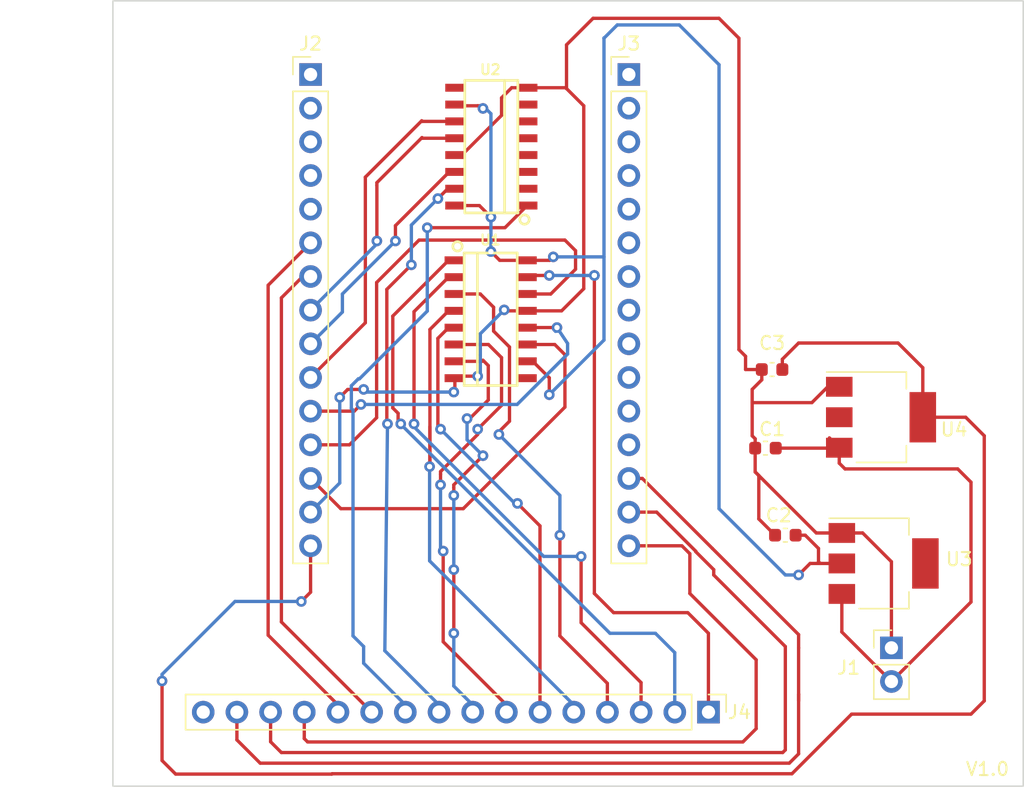
<source format=kicad_pcb>
(kicad_pcb (version 20240108) (generator "pcbnew") (generator_version "8.0")
  (layers (0 "F.Cu" signal) (31 "B.Cu" signal) (34 "B.Paste" user) (35 "F.Paste" user) (36 "B.SilkS" user "B.Silkscreen") (37 "F.SilkS" user "F.Silkscreen") (38 "B.Mask" user) (39 "F.Mask" user) (44 "Edge.Cuts" user))
  (net 0 "")
  (net 5 "/IN3")
  (net 6 "/IN2")
  (net 7 "/IN1")
  (net 8 "/RCK2")
  (net 9 "/SDA2")
  (net 10 "/SCK2")
  (net 11 "/RCK1")
  (net 12 "/SDA1")
  (net 13 "/SCK1")
  (net 14 "/GND")
  (net 15 "/5V")
  (net 28 "/IN5")
  (net 29 "/IN4")
  (net 30 "/OUT1")
  (net 31 "/OUT2")
  (net 32 "/OUT3")
  (net 33 "/OUT4")
  (net 34 "/OUT5")
  (net 35 "/OUT6")
  (net 36 "/OUT7")
  (net 37 "/OUT8")
  (net 38 "/OUT9")
  (net 39 "/OUT10")
  (net 40 "/電源/VIN")
  (net 49 "/3.3V")
  (footprint "Connector_PinHeader_2.54mm:PinHeader_1x15_P2.54mm_Vertical" (layer "F.Cu") (at 107.2 62.24)
    (property "Reference" "J2" (at 0 -2.33 0) (layer "F.SilkS"))
    (property "Value" "ESP32_Left" (hide yes))
    (fp_line (start -1.33 -1.33) (end 0 -1.33) (stroke (width 0.12)) (layer "F.SilkS"))
    (fp_line (start -1.33 0) (end -1.33 -1.33) (stroke (width 0.12)) (layer "F.SilkS"))
    (fp_line (start -1.33 1.27) (end -1.33 36.89) (stroke (width 0.12)) (layer "F.SilkS"))
    (fp_line (start -1.33 1.27) (end 1.33 1.27) (stroke (width 0.12)) (layer "F.SilkS"))
    (fp_line (start -1.33 36.89) (end 1.33 36.89) (stroke (width 0.12)) (layer "F.SilkS"))
    (fp_line (start 1.33 1.27) (end 1.33 36.89) (stroke (width 0.12)) (layer "F.SilkS"))
    (pad "1" thru_hole rect (at 0 0) (size 1.7 1.7) (drill 1) (layers "*.Cu" "*.Mask"))
    (pad "2" thru_hole oval (at 0 2.54) (size 1.7 1.7) (drill 1) (layers "*.Cu" "*.Mask"))
    (pad "3" thru_hole oval (at 0 5.08) (size 1.7 1.7) (drill 1) (layers "*.Cu" "*.Mask"))
    (pad "4" thru_hole oval (at 0 7.62) (size 1.7 1.7) (drill 1) (layers "*.Cu" "*.Mask"))
    (pad "5" thru_hole oval (at 0 10.16) (size 1.7 1.7) (drill 1) (layers "*.Cu" "*.Mask"))
    (pad "6" thru_hole oval (at 0 12.7) (size 1.7 1.7) (drill 1) (layers "*.Cu" "*.Mask") (net 6 "/IN2"))
    (pad "7" thru_hole oval (at 0 15.24) (size 1.7 1.7) (drill 1) (layers "*.Cu" "*.Mask") (net 7 "/IN1"))
    (pad "8" thru_hole oval (at 0 17.78) (size 1.7 1.7) (drill 1) (layers "*.Cu" "*.Mask") (net 8 "/RCK2"))
    (pad "9" thru_hole oval (at 0 20.32) (size 1.7 1.7) (drill 1) (layers "*.Cu" "*.Mask") (net 9 "/SDA2"))
    (pad "10" thru_hole oval (at 0 22.86) (size 1.7 1.7) (drill 1) (layers "*.Cu" "*.Mask") (net 10 "/SCK2"))
    (pad "11" thru_hole oval (at 0 25.4) (size 1.7 1.7) (drill 1) (layers "*.Cu" "*.Mask") (net 11 "/RCK1"))
    (pad "12" thru_hole oval (at 0 27.94) (size 1.7 1.7) (drill 1) (layers "*.Cu" "*.Mask") (net 12 "/SDA1"))
    (pad "13" thru_hole oval (at 0 30.48) (size 1.7 1.7) (drill 1) (layers "*.Cu" "*.Mask") (net 13 "/SCK1"))
    (pad "14" thru_hole oval (at 0 33.02) (size 1.7 1.7) (drill 1) (layers "*.Cu" "*.Mask") (net 14 "/GND"))
    (pad "15" thru_hole oval (at 0 35.56) (size 1.7 1.7) (drill 1) (layers "*.Cu" "*.Mask") (net 15 "/5V"))
  )
  (footprint "Capacitor_SMD:C_0603_1608Metric" (layer "F.Cu") (at 143 97 180)
    (property "Reference" "C2" (at 0.5 1.5 180) (layer "F.SilkS"))
    (property "Value" "1uF" (hide yes))
    (fp_line (start -0.14058 0.51) (end 0.14058 0.51) (stroke (width 0.12)) (layer "F.SilkS"))
    (fp_line (start -0.14058 -0.51) (end 0.14058 -0.51) (stroke (width 0.12)) (layer "F.SilkS"))
    (pad "1" smd roundrect (at -0.775 0 180) (size 0.9 0.95) (layers "F.Cu" "F.Paste" "F.Mask") (net 49 "/3.3V"))
    (pad "2" smd roundrect (at 0.775 0 180) (size 0.9 0.95) (layers "F.Cu" "F.Paste" "F.Mask") (net 14 "/GND"))
  )
  (footprint "Package_TO_SOT_SMD:SOT-223-3_TabPin2" (layer "F.Cu") (at 150.216 88.1)
    (property "Reference" "U4" (at 5.504 0.93 0) (layer "F.SilkS"))
    (property "Value" "LM1117MP-5.0" (hide yes))
    (fp_line (start -4.1 -3.41) (end 1.91 -3.41) (stroke (width 0.12)) (layer "F.SilkS"))
    (fp_line (start -1.85 3.41) (end 1.91 3.41) (stroke (width 0.12)) (layer "F.SilkS"))
    (fp_line (start 1.91 -3.41) (end 1.91 -2.15) (stroke (width 0.12)) (layer "F.SilkS"))
    (fp_line (start 1.91 3.41) (end 1.91 2.15) (stroke (width 0.12)) (layer "F.SilkS"))
    (pad "1" smd rect (at -3.15 -2.3) (size 2 1.5) (layers "F.Cu" "F.Paste" "F.Mask") (net 14 "/GND"))
    (pad "2" smd rect (at -3.15 0) (size 2 1.5) (layers "F.Cu" "F.Paste" "F.Mask") (net 15 "/5V"))
    (pad "2" smd rect (at 3.15 0) (size 2 3.8) (layers "F.Cu" "F.Paste" "F.Mask") (net 15 "/5V"))
    (pad "3" smd rect (at -3.15 2.3) (size 2 1.5) (layers "F.Cu" "F.Paste" "F.Mask") (net 40 "/電源/VIN"))
  )
  (footprint "ble_midi_hardware:SOIC16" (layer "F.Cu") (at 120.8302 67.6828 180)
    (property "Reference" "U2" (at 0.0786 5.8084 0) (layer "F.SilkS") (effects (font (size 0.762 0.762) (thickness 0.1524))))
    (property "Value" "74HC595" (hide yes))
    (fp_line (start 2 5) (end 2 -5) (stroke (width 0.2032)) (layer "F.SilkS"))
    (fp_line (start 2 -5) (end -2 -5) (stroke (width 0.2032)) (layer "F.SilkS"))
    (fp_line (start -1 -5) (end -1 5) (stroke (width 0.2032)) (layer "F.SilkS"))
    (fp_line (start -2 5) (end 2 5) (stroke (width 0.2032)) (layer "F.SilkS"))
    (fp_line (start -2 -5) (end -2 5) (stroke (width 0.2032)) (layer "F.SilkS"))
    (fp_circle (center -2.5 -5.5) (end -2.25 -5.25) (stroke (width 0.2032)) (fill none) (layer "F.SilkS"))
    (pad "1" smd rect (at -2.7 -4.445 180) (size 1.55 0.6) (layers "F.Cu" "F.Paste" "F.Mask") (net 39 "/OUT10"))
    (pad "2" smd rect (at -2.7 -3.175 180) (size 1.55 0.6) (layers "F.Cu" "F.Paste" "F.Mask"))
    (pad "3" smd rect (at -2.7 -1.905 180) (size 1.55 0.6) (layers "F.Cu" "F.Paste" "F.Mask"))
    (pad "4" smd rect (at -2.7 -0.635 180) (size 1.55 0.6) (layers "F.Cu" "F.Paste" "F.Mask"))
    (pad "5" smd rect (at -2.7 0.635 180) (size 1.55 0.6) (layers "F.Cu" "F.Paste" "F.Mask"))
    (pad "6" smd rect (at -2.7 1.905 180) (size 1.55 0.6) (layers "F.Cu" "F.Paste" "F.Mask"))
    (pad "7" smd rect (at -2.7 3.175 180) (size 1.55 0.6) (layers "F.Cu" "F.Paste" "F.Mask"))
    (pad "8" smd rect (at -2.7 4.445 180) (size 1.55 0.6) (layers "F.Cu" "F.Paste" "F.Mask") (net 14 "/GND"))
    (pad "9" smd rect (at 2.7 4.445 180) (size 1.55 0.6) (layers "F.Cu" "F.Paste" "F.Mask"))
    (pad "10" smd rect (at 2.7 3.175 180) (size 1.55 0.6) (layers "F.Cu" "F.Paste" "F.Mask") (net 49 "/3.3V"))
    (pad "11" smd rect (at 2.7 1.905 180) (size 1.55 0.6) (layers "F.Cu" "F.Paste" "F.Mask") (net 10 "/SCK2"))
    (pad "12" smd rect (at 2.7 0.635 180) (size 1.55 0.6) (layers "F.Cu" "F.Paste" "F.Mask") (net 8 "/RCK2"))
    (pad "13" smd rect (at 2.7 -0.635 180) (size 1.55 0.6) (layers "F.Cu" "F.Paste" "F.Mask") (net 14 "/GND"))
    (pad "14" smd rect (at 2.7 -1.905 180) (size 1.55 0.6) (layers "F.Cu" "F.Paste" "F.Mask") (net 9 "/SDA2"))
    (pad "15" smd rect (at 2.7 -3.175 180) (size 1.55 0.6) (layers "F.Cu" "F.Paste" "F.Mask") (net 38 "/OUT9"))
    (pad "16" smd rect (at 2.7 -4.445 180) (size 1.55 0.6) (layers "F.Cu" "F.Paste" "F.Mask") (net 49 "/3.3V"))
  )
  (footprint "Package_TO_SOT_SMD:SOT-223-3_TabPin2" (layer "F.Cu") (at 150.411 99.1314)
    (property "Reference" "U3" (at 5.7008 -0.3168 0) (layer "F.SilkS"))
    (property "Value" "LM1117MP-3.3" (hide yes))
    (fp_line (start -4.1 -3.41) (end 1.91 -3.41) (stroke (width 0.12)) (layer "F.SilkS"))
    (fp_line (start -1.85 3.41) (end 1.91 3.41) (stroke (width 0.12)) (layer "F.SilkS"))
    (fp_line (start 1.91 -3.41) (end 1.91 -2.15) (stroke (width 0.12)) (layer "F.SilkS"))
    (fp_line (start 1.91 3.41) (end 1.91 2.15) (stroke (width 0.12)) (layer "F.SilkS"))
    (pad "1" smd rect (at -3.15 -2.3) (size 2 1.5) (layers "F.Cu" "F.Paste" "F.Mask") (net 14 "/GND"))
    (pad "2" smd rect (at -3.15 0) (size 2 1.5) (layers "F.Cu" "F.Paste" "F.Mask") (net 49 "/3.3V"))
    (pad "2" smd rect (at 3.15 0) (size 2 3.8) (layers "F.Cu" "F.Paste" "F.Mask") (net 49 "/3.3V"))
    (pad "3" smd rect (at -3.15 2.3) (size 2 1.5) (layers "F.Cu" "F.Paste" "F.Mask") (net 40 "/電源/VIN"))
  )
  (footprint "Connector_PinHeader_2.54mm:PinHeader_1x02_P2.54mm_Vertical" (layer "F.Cu") (at 151 105.5)
    (property "Reference" "J1" (at -3.225 1.5 0) (layer "F.SilkS"))
    (property "Value" "Conn_01x02_Socket" (hide yes))
    (fp_line (start -1.33 -1.33) (end 0 -1.33) (stroke (width 0.12)) (layer "F.SilkS"))
    (fp_line (start -1.33 0) (end -1.33 -1.33) (stroke (width 0.12)) (layer "F.SilkS"))
    (fp_line (start -1.33 1.27) (end -1.33 3.87) (stroke (width 0.12)) (layer "F.SilkS"))
    (fp_line (start -1.33 1.27) (end 1.33 1.27) (stroke (width 0.12)) (layer "F.SilkS"))
    (fp_line (start -1.33 3.87) (end 1.33 3.87) (stroke (width 0.12)) (layer "F.SilkS"))
    (fp_line (start 1.33 1.27) (end 1.33 3.87) (stroke (width 0.12)) (layer "F.SilkS"))
    (pad "1" thru_hole rect (at 0 0) (size 1.7 1.7) (drill 1) (layers "*.Cu" "*.Mask") (net 14 "/GND"))
    (pad "2" thru_hole oval (at 0 2.54) (size 1.7 1.7) (drill 1) (layers "*.Cu" "*.Mask") (net 40 "/電源/VIN"))
  )
  (footprint "Capacitor_SMD:C_0603_1608Metric" (layer "F.Cu") (at 142 84.5 180)
    (property "Reference" "C3" (at 0 2 180) (layer "F.SilkS"))
    (property "Value" "1uF" (hide yes))
    (fp_line (start -0.14058 0.51) (end 0.14058 0.51) (stroke (width 0.12)) (layer "F.SilkS"))
    (fp_line (start -0.14058 -0.51) (end 0.14058 -0.51) (stroke (width 0.12)) (layer "F.SilkS"))
    (pad "1" smd roundrect (at -0.775 0 180) (size 0.9 0.95) (layers "F.Cu" "F.Paste" "F.Mask") (net 15 "/5V"))
    (pad "2" smd roundrect (at 0.775 0 180) (size 0.9 0.95) (layers "F.Cu" "F.Paste" "F.Mask") (net 14 "/GND"))
  )
  (footprint "Connector_PinHeader_2.54mm:PinHeader_1x15_P2.54mm_Vertical" (layer "F.Cu") (at 131.2 62.24)
    (property "Reference" "J3" (at 0 -2.33 0) (layer "F.SilkS"))
    (property "Value" "ESP32_Right")
    (fp_line (start -1.33 -1.33) (end 0 -1.33) (stroke (width 0.12)) (layer "F.SilkS"))
    (fp_line (start -1.33 0) (end -1.33 -1.33) (stroke (width 0.12)) (layer "F.SilkS"))
    (fp_line (start -1.33 1.27) (end -1.33 36.89) (stroke (width 0.12)) (layer "F.SilkS"))
    (fp_line (start -1.33 1.27) (end 1.33 1.27) (stroke (width 0.12)) (layer "F.SilkS"))
    (fp_line (start -1.33 36.89) (end 1.33 36.89) (stroke (width 0.12)) (layer "F.SilkS"))
    (fp_line (start 1.33 1.27) (end 1.33 36.89) (stroke (width 0.12)) (layer "F.SilkS"))
    (pad "1" thru_hole rect (at 0 0) (size 1.7 1.7) (drill 1) (layers "*.Cu" "*.Mask"))
    (pad "2" thru_hole oval (at 0 2.54) (size 1.7 1.7) (drill 1) (layers "*.Cu" "*.Mask"))
    (pad "3" thru_hole oval (at 0 5.08) (size 1.7 1.7) (drill 1) (layers "*.Cu" "*.Mask"))
    (pad "4" thru_hole oval (at 0 7.62) (size 1.7 1.7) (drill 1) (layers "*.Cu" "*.Mask"))
    (pad "5" thru_hole oval (at 0 10.16) (size 1.7 1.7) (drill 1) (layers "*.Cu" "*.Mask"))
    (pad "6" thru_hole oval (at 0 12.7) (size 1.7 1.7) (drill 1) (layers "*.Cu" "*.Mask"))
    (pad "7" thru_hole oval (at 0 15.24) (size 1.7 1.7) (drill 1) (layers "*.Cu" "*.Mask"))
    (pad "8" thru_hole oval (at 0 17.78) (size 1.7 1.7) (drill 1) (layers "*.Cu" "*.Mask"))
    (pad "9" thru_hole oval (at 0 20.32) (size 1.7 1.7) (drill 1) (layers "*.Cu" "*.Mask"))
    (pad "10" thru_hole oval (at 0 22.86) (size 1.7 1.7) (drill 1) (layers "*.Cu" "*.Mask"))
    (pad "11" thru_hole oval (at 0 25.4) (size 1.7 1.7) (drill 1) (layers "*.Cu" "*.Mask"))
    (pad "12" thru_hole oval (at 0 27.94) (size 1.7 1.7) (drill 1) (layers "*.Cu" "*.Mask"))
    (pad "13" thru_hole oval (at 0 30.48) (size 1.7 1.7) (drill 1) (layers "*.Cu" "*.Mask") (net 5 "/IN3"))
    (pad "14" thru_hole oval (at 0 33.02) (size 1.7 1.7) (drill 1) (layers "*.Cu" "*.Mask") (net 28 "/IN5"))
    (pad "15" thru_hole oval (at 0 35.56) (size 1.7 1.7) (drill 1) (layers "*.Cu" "*.Mask") (net 29 "/IN4"))
  )
  (footprint "ble_midi_hardware:SOIC16" (layer "F.Cu") (at 120.7802 80.706024)
    (property "Reference" "U1" (at -0.0286 -5.979224 0) (layer "F.SilkS") (effects (font (size 0.762 0.762) (thickness 0.1524))))
    (property "Value" "74HC595" (hide yes))
    (fp_line (start -2 -5) (end -2 5) (stroke (width 0.2032)) (layer "F.SilkS"))
    (fp_line (start -2 5) (end 2 5) (stroke (width 0.2032)) (layer "F.SilkS"))
    (fp_line (start -1 -5) (end -1 5) (stroke (width 0.2032)) (layer "F.SilkS"))
    (fp_line (start 2 -5) (end -2 -5) (stroke (width 0.2032)) (layer "F.SilkS"))
    (fp_line (start 2 5) (end 2 -5) (stroke (width 0.2032)) (layer "F.SilkS"))
    (fp_circle (center -2.5 -5.5) (end -2.25 -5.25) (stroke (width 0.2032)) (fill none) (layer "F.SilkS"))
    (pad "1" smd rect (at -2.7 -4.445) (size 1.55 0.6) (layers "F.Cu" "F.Paste" "F.Mask") (net 31 "/OUT2"))
    (pad "2" smd rect (at -2.7 -3.175) (size 1.55 0.6) (layers "F.Cu" "F.Paste" "F.Mask") (net 32 "/OUT3"))
    (pad "3" smd rect (at -2.7 -1.905) (size 1.55 0.6) (layers "F.Cu" "F.Paste" "F.Mask") (net 33 "/OUT4"))
    (pad "4" smd rect (at -2.7 -0.635) (size 1.55 0.6) (layers "F.Cu" "F.Paste" "F.Mask") (net 34 "/OUT5"))
    (pad "5" smd rect (at -2.7 0.635) (size 1.55 0.6) (layers "F.Cu" "F.Paste" "F.Mask") (net 35 "/OUT6"))
    (pad "6" smd rect (at -2.7 1.905) (size 1.55 0.6) (layers "F.Cu" "F.Paste" "F.Mask") (net 36 "/OUT7"))
    (pad "7" smd rect (at -2.7 3.175) (size 1.55 0.6) (layers "F.Cu" "F.Paste" "F.Mask") (net 37 "/OUT8"))
    (pad "8" smd rect (at -2.7 4.445) (size 1.55 0.6) (layers "F.Cu" "F.Paste" "F.Mask") (net 14 "/GND"))
    (pad "9" smd rect (at 2.7 4.445) (size 1.55 0.6) (layers "F.Cu" "F.Paste" "F.Mask"))
    (pad "10" smd rect (at 2.7 3.175) (size 1.55 0.6) (layers "F.Cu" "F.Paste" "F.Mask") (net 49 "/3.3V"))
    (pad "11" smd rect (at 2.7 1.905) (size 1.55 0.6) (layers "F.Cu" "F.Paste" "F.Mask") (net 13 "/SCK1"))
    (pad "12" smd rect (at 2.7 0.635) (size 1.55 0.6) (layers "F.Cu" "F.Paste" "F.Mask") (net 11 "/RCK1"))
    (pad "13" smd rect (at 2.7 -0.635) (size 1.55 0.6) (layers "F.Cu" "F.Paste" "F.Mask") (net 14 "/GND"))
    (pad "14" smd rect (at 2.7 -1.905) (size 1.55 0.6) (layers "F.Cu" "F.Paste" "F.Mask") (net 12 "/SDA1"))
    (pad "15" smd rect (at 2.7 -3.175) (size 1.55 0.6) (layers "F.Cu" "F.Paste" "F.Mask") (net 30 "/OUT1"))
    (pad "16" smd rect (at 2.7 -4.445) (size 1.55 0.6) (layers "F.Cu" "F.Paste" "F.Mask") (net 49 "/3.3V"))
  )
  (footprint "Connector_PinHeader_2.54mm:PinHeader_1x16_P2.54mm_Vertical" (layer "F.Cu") (at 137.205 110.35 -90)
    (property "Reference" "J4" (at 0 -2.33 180) (layer "F.SilkS"))
    (property "Value" "Conn_To_Midi_Device" (hide yes))
    (fp_line (start -1.33 39.43) (end 1.33 39.43) (stroke (width 0.12)) (layer "F.SilkS"))
    (fp_line (start -1.33 1.27) (end -1.33 39.43) (stroke (width 0.12)) (layer "F.SilkS"))
    (fp_line (start -1.33 1.27) (end 1.33 1.27) (stroke (width 0.12)) (layer "F.SilkS"))
    (fp_line (start 1.33 1.27) (end 1.33 39.43) (stroke (width 0.12)) (layer "F.SilkS"))
    (fp_line (start -1.33 0) (end -1.33 -1.33) (stroke (width 0.12)) (layer "F.SilkS"))
    (fp_line (start -1.33 -1.33) (end 0 -1.33) (stroke (width 0.12)) (layer "F.SilkS"))
    (pad "1" thru_hole rect (at 0 0 270) (size 1.7 1.7) (drill 1) (layers "*.Cu" "*.Mask") (net 30 "/OUT1"))
    (pad "2" thru_hole oval (at 0 2.54 270) (size 1.7 1.7) (drill 1) (layers "*.Cu" "*.Mask") (net 31 "/OUT2"))
    (pad "3" thru_hole oval (at 0 5.08 270) (size 1.7 1.7) (drill 1) (layers "*.Cu" "*.Mask") (net 32 "/OUT3"))
    (pad "4" thru_hole oval (at 0 7.62 270) (size 1.7 1.7) (drill 1) (layers "*.Cu" "*.Mask") (net 33 "/OUT4"))
    (pad "5" thru_hole oval (at 0 10.16 270) (size 1.7 1.7) (drill 1) (layers "*.Cu" "*.Mask") (net 34 "/OUT5"))
    (pad "6" thru_hole oval (at 0 12.7 270) (size 1.7 1.7) (drill 1) (layers "*.Cu" "*.Mask") (net 35 "/OUT6"))
    (pad "7" thru_hole oval (at 0 15.24 270) (size 1.7 1.7) (drill 1) (layers "*.Cu" "*.Mask") (net 36 "/OUT7"))
    (pad "8" thru_hole oval (at 0 17.78 270) (size 1.7 1.7) (drill 1) (layers "*.Cu" "*.Mask") (net 37 "/OUT8"))
    (pad "9" thru_hole oval (at 0 20.32 270) (size 1.7 1.7) (drill 1) (layers "*.Cu" "*.Mask") (net 38 "/OUT9"))
    (pad "10" thru_hole oval (at 0 22.86 270) (size 1.7 1.7) (drill 1) (layers "*.Cu" "*.Mask") (net 39 "/OUT10"))
    (pad "11" thru_hole oval (at 0 25.4 270) (size 1.7 1.7) (drill 1) (layers "*.Cu" "*.Mask") (net 7 "/IN1"))
    (pad "12" thru_hole oval (at 0 27.94 270) (size 1.7 1.7) (drill 1) (layers "*.Cu" "*.Mask") (net 6 "/IN2"))
    (pad "13" thru_hole oval (at 0 30.48 270) (size 1.7 1.7) (drill 1) (layers "*.Cu" "*.Mask") (net 29 "/IN4"))
    (pad "14" thru_hole oval (at 0 33.02 270) (size 1.7 1.7) (drill 1) (layers "*.Cu" "*.Mask") (net 28 "/IN5"))
    (pad "15" thru_hole oval (at 0 35.56 270) (size 1.7 1.7) (drill 1) (layers "*.Cu" "*.Mask") (net 5 "/IN3"))
    (pad "16" thru_hole oval (at 0 38.1 270) (size 1.7 1.7) (drill 1) (layers "*.Cu" "*.Mask"))
  )
  (footprint "Capacitor_SMD:C_0603_1608Metric" (layer "F.Cu") (at 141.5 90.4314 180)
    (property "Reference" "C1" (at -0.5 1.4314 0) (layer "F.SilkS"))
    (property "Value" "10uF" (hide yes))
    (fp_line (start -0.14058 0.51) (end 0.14058 0.51) (stroke (width 0.12)) (layer "F.SilkS"))
    (fp_line (start -0.14058 -0.51) (end 0.14058 -0.51) (stroke (width 0.12)) (layer "F.SilkS"))
    (pad "1" smd roundrect (at -0.775 0 180) (size 0.9 0.95) (layers "F.Cu" "F.Paste" "F.Mask") (net 40 "/電源/VIN"))
    (pad "2" smd roundrect (at 0.775 0 180) (size 0.9 0.95) (layers "F.Cu" "F.Paste" "F.Mask") (net 14 "/GND"))
  )
  (gr_rect (start 92.2944 56.6842) (end 160.9344 115.9342) (stroke (width 0.1)) (fill none) (layer "Edge.Cuts"))
  (gr_text "V1.0" (at 156.53 115.23 0) (layer "F.SilkS") (effects (font (size 1 1)) (justify left bottom)))
  (segment (start 143.3 114.2) (end 103.4 114.2) (width 0.25) (layer "F.Cu") (net 5))
  (segment (start 144 109) (end 144 109.5) (width 0.25) (layer "F.Cu") (net 5))
  (segment (start 137.5 98) (end 144 104.5) (width 0.25) (layer "F.Cu") (net 5))
  (segment (start 144 105.5) (end 144 109) (width 0.25) (layer "F.Cu") (net 5))
  (segment (start 131.2 92.72) (end 132.22 92.72) (width 0.25) (layer "F.Cu") (net 5))
  (segment (start 144 104.5) (end 144 105.5) (width 0.25) (layer "F.Cu") (net 5))
  (segment (start 132.22 92.72) (end 137.5 98) (width 0.25) (layer "F.Cu") (net 5))
  (segment (start 103.4 114.2) (end 101.645 112.445) (width 0.25) (layer "F.Cu") (net 5))
  (segment (start 144 113.5) (end 143.3 114.2) (width 0.25) (layer "F.Cu") (net 5))
  (segment (start 144 109) (end 144 113.5) (width 0.25) (layer "F.Cu") (net 5))
  (segment (start 101.645 112.445) (end 101.645 110.35) (width 0.25) (layer "F.Cu") (net 5))
  (segment (start 104 104.54) (end 104 78.14) (width 0.25) (layer "F.Cu") (net 6))
  (segment (start 104 78.14) (end 107.2 74.94) (width 0.25) (layer "F.Cu") (net 6))
  (segment (start 109.26 109.8) (end 104 104.54) (width 0.25) (layer "F.Cu") (net 6))
  (segment (start 106.61 77.48) (end 105 79.09) (width 0.25) (layer "F.Cu") (net 7))
  (segment (start 107.2 77.48) (end 106.61 77.48) (width 0.25) (layer "F.Cu") (net 7))
  (segment (start 105 103.545) (end 111.805 110.35) (width 0.25) (layer "F.Cu") (net 7))
  (segment (start 105 79.09) (end 105 103.545) (width 0.25) (layer "F.Cu") (net 7))
  (segment (start 115.6478 67.0478) (end 115.6 67) (width 0.25) (layer "F.Cu") (net 8))
  (segment (start 112.2 70.6) (end 112.2 74.8) (width 0.25) (layer "F.Cu") (net 8))
  (segment (start 115.6 67) (end 112.2 70.4) (width 0.25) (layer "F.Cu") (net 8))
  (segment (start 112.2 70.4) (end 112.2 70.6) (width 0.25) (layer "F.Cu") (net 8))
  (segment (start 112.2 74.8) (end 112.2 75) (width 0.25) (layer "F.Cu") (net 8))
  (segment (start 118.1302 67.0478) (end 115.6478 67.0478) (width 0.25) (layer "F.Cu") (net 8))
  (via (at 112.2 74.8) (size 0.8) (drill 0.4) (layers "F.Cu" "B.Cu") (net 8))
  (segment (start 112.2 74.8) (end 112.2 75.02) (width 0.25) (layer "B.Cu") (net 8))
  (segment (start 112.2 75.02) (end 107.2 80.02) (width 0.25) (layer "B.Cu") (net 8))
  (segment (start 117.6552 69.5878) (end 113.6 73.643) (width 0.25) (layer "F.Cu") (net 9))
  (segment (start 118.1302 69.5878) (end 117.6552 69.5878) (width 0.25) (layer "F.Cu") (net 9))
  (segment (start 113.6 73.643) (end 113.6 74.8) (width 0.25) (layer "F.Cu") (net 9))
  (via (at 113.6 74.8) (size 0.8) (drill 0.4) (layers "F.Cu" "B.Cu") (net 9))
  (segment (start 109.6 78.8) (end 109.6 80.16) (width 0.25) (layer "B.Cu") (net 9))
  (segment (start 109.6 80.16) (end 107.2 82.56) (width 0.25) (layer "B.Cu") (net 9))
  (segment (start 113.6 74.8) (end 109.6 78.8) (width 0.25) (layer "B.Cu") (net 9))
  (segment (start 115.5802 65.7328) (end 115.6252 65.7778) (width 0.25) (layer "F.Cu") (net 10))
  (segment (start 115.6252 65.7778) (end 118.1302 65.7778) (width 0.25) (layer "F.Cu") (net 10))
  (segment (start 111.3302 69.9828) (end 115.5802 65.7328) (width 0.25) (layer "F.Cu") (net 10))
  (segment (start 107.2 85.1) (end 111.3302 80.9698) (width 0.25) (layer "F.Cu") (net 10))
  (segment (start 111.3302 80.9698) (end 111.3302 69.9828) (width 0.25) (layer "F.Cu") (net 10))
  (segment (start 125.7802 81.3328) (end 123.488424 81.3328) (width 0.25) (layer "F.Cu") (net 11))
  (segment (start 111 87.1328) (end 110.4928 87.64) (width 0.25) (layer "F.Cu") (net 11))
  (segment (start 110.4928 87.64) (end 107.2 87.64) (width 0.25) (layer "F.Cu") (net 11))
  (segment (start 123.488424 81.3328) (end 123.4802 81.341024) (width 0.25) (layer "F.Cu") (net 11))
  (via (at 111 87.1328) (size 0.8) (drill 0.4) (layers "F.Cu" "B.Cu") (net 11))
  (via (at 125.7802 81.3328) (size 0.8) (drill 0.4) (layers "F.Cu" "B.Cu") (net 11))
  (segment (start 126.5802 82.5328) (end 125.7802 81.3328) (width 0.25) (layer "B.Cu") (net 11))
  (segment (start 122.7802 87.1328) (end 126.5802 83.3328) (width 0.25) (layer "B.Cu") (net 11))
  (segment (start 125.7802 81.3328) (end 125.669431 81.622032) (width 0.25) (layer "B.Cu") (net 11))
  (segment (start 126.5802 83.3328) (end 126.5802 82.5328) (width 0.25) (layer "B.Cu") (net 11))
  (segment (start 111 87.1328) (end 122.7802 87.1328) (width 0.25) (layer "B.Cu") (net 11))
  (segment (start 125.311976 78.801024) (end 123.4802 78.801024) (width 0.25) (layer "F.Cu") (net 12))
  (segment (start 112.1802 88.1328) (end 112.1802 77.9328) (width 0.25) (layer "F.Cu") (net 12))
  (segment (start 107.2 90.18) (end 110.133 90.18) (width 0.25) (layer "F.Cu") (net 12))
  (segment (start 115.3802 74.7328) (end 126.3802 74.7328) (width 0.25) (layer "F.Cu") (net 12))
  (segment (start 126.3802 74.7328) (end 127.1802 75.5328) (width 0.25) (layer "F.Cu") (net 12))
  (segment (start 127.1802 76.9328) (end 125.311976 78.801024) (width 0.25) (layer "F.Cu") (net 12))
  (segment (start 127.1802 75.5328) (end 127.1802 76.9328) (width 0.25) (layer "F.Cu") (net 12))
  (segment (start 110.133 90.18) (end 112.1802 88.1328) (width 0.25) (layer "F.Cu") (net 12))
  (segment (start 112.1802 77.9328) (end 115.3802 74.7328) (width 0.25) (layer "F.Cu") (net 12))
  (segment (start 125.611024 82.611024) (end 123.4802 82.611024) (width 0.25) (layer "F.Cu") (net 13))
  (segment (start 126.3802 83.3802) (end 125.611024 82.611024) (width 0.25) (layer "F.Cu") (net 13))
  (segment (start 126.3802 87.3328) (end 126.3802 83.3802) (width 0.25) (layer "F.Cu") (net 13))
  (segment (start 118.713 95) (end 126.3802 87.3328) (width 0.25) (layer "F.Cu") (net 13))
  (segment (start 107.2 92.72) (end 109.48 95) (width 0.25) (layer "F.Cu") (net 13))
  (segment (start 109.48 95) (end 118.713 95) (width 0.25) (layer "F.Cu") (net 13))
  (segment (start 142.225 97) (end 141 95.775) (width 0.25) (layer "F.Cu") (net 14))
  (segment (start 141 95.775) (end 141 92.5) (width 0.25) (layer "F.Cu") (net 14))
  (segment (start 128.5 58) (end 138 58) (width 0.25) (layer "F.Cu") (net 14))
  (segment (start 147.261 96.8314) (end 145.3314 96.8314) (width 0.25) (layer "F.Cu") (net 14))
  (segment (start 121.6 65.323) (end 121.6 64) (width 0.25) (layer "F.Cu") (net 14))
  (segment (start 118.6052 68.3178) (end 121.6 65.323) (width 0.25) (layer "F.Cu") (net 14))
  (segment (start 110 86) (end 109.4 86.6) (width 0.25) (layer "F.Cu") (net 14))
  (segment (start 145.3314 96.8314) (end 142 93.5) (width 0.25) (layer "F.Cu") (net 14))
  (segment (start 141.225 84.5) (end 141.225 85.275) (width 0.25) (layer "F.Cu") (net 14))
  (segment (start 111.2 86) (end 110 86) (width 0.25) (layer "F.Cu") (net 14))
  (segment (start 140.5 89.5) (end 140.725 89.725) (width 0.25) (layer "F.Cu") (net 14))
  (segment (start 140 84.5) (end 141.225 84.5) (width 0.25) (layer "F.Cu") (net 14))
  (segment (start 127.8 78.4) (end 126.128976 80.071024) (width 0.25) (layer "F.Cu") (net 14))
  (segment (start 142 93.5) (end 140.725 92.225) (width 0.25) (layer "F.Cu") (net 14))
  (segment (start 127.8 64.6) (end 127.8 78.4) (width 0.25) (layer "F.Cu") (net 14))
  (segment (start 139.5 59.5) (end 139.5 83) (width 0.25) (layer "F.Cu") (net 14))
  (segment (start 140.725 92.225) (end 140.725 90.4314) (width 0.25) (layer "F.Cu") (net 14))
  (segment (start 140 83.5) (end 140 84.5) (width 0.25) (layer "F.Cu") (net 14))
  (segment (start 148.8314 96.8314) (end 151 99) (width 0.25) (layer "F.Cu") (net 14))
  (segment (start 126.5 63.3) (end 126.5 60) (width 0.25) (layer "F.Cu") (net 14))
  (segment (start 141 92.5) (end 140.725 92.225) (width 0.25) (layer "F.Cu") (net 14))
  (segment (start 118.1302 68.3178) (end 118.6052 68.3178) (width 0.25) (layer "F.Cu") (net 14))
  (segment (start 126.5 60) (end 128.5 58) (width 0.25) (layer "F.Cu") (net 14))
  (segment (start 140.5 87) (end 140.5 89.5) (width 0.25) (layer "F.Cu") (net 14))
  (segment (start 145 87) (end 140.5 87) (width 0.25) (layer "F.Cu") (net 14))
  (segment (start 118.231224 85) (end 118.0802 85.151024) (width 0.25) (layer "F.Cu") (net 14))
  (segment (start 122.3622 63.2378) (end 123.5302 63.2378) (width 0.25) (layer "F.Cu") (net 14))
  (segment (start 146.2 85.8) (end 145 87) (width 0.25) (layer "F.Cu") (net 14))
  (segment (start 121.871024 80.071024) (end 121.8 80) (width 0.25) (layer "F.Cu") (net 14))
  (segment (start 140.5 86) (end 140.5 87) (width 0.25) (layer "F.Cu") (net 14))
  (segment (start 138 58) (end 139.5 59.5) (width 0.25) (layer "F.Cu") (net 14))
  (segment (start 126.5 63.3) (end 127.8 64.6) (width 0.25) (layer "F.Cu") (net 14))
  (segment (start 123.4802 80.071024) (end 122 80.071024) (width 0.25) (layer "F.Cu") (net 14))
  (segment (start 147.066 85.8) (end 146.2 85.8) (width 0.25) (layer "F.Cu") (net 14))
  (segment (start 147.261 96.8314) (end 148.8314 96.8314) (width 0.25) (layer "F.Cu") (net 14))
  (segment (start 118.0802 85.151024) (end 118.0802 86.1198) (width 0.25) (layer "F.Cu") (net 14))
  (segment (start 123.5302 63.2378) (end 126.4378 63.2378) (width 0.25) (layer "F.Cu") (net 14))
  (segment (start 119.8 85) (end 118.231224 85) (width 0.25) (layer "F.Cu") (net 14))
  (segment (start 121.6 64) (end 122.3622 63.2378) (width 0.25) (layer "F.Cu") (net 14))
  (segment (start 126.128976 80.071024) (end 123.4802 80.071024) (width 0.25) (layer "F.Cu") (net 14))
  (segment (start 141.225 85.275) (end 140.5 86) (width 0.25) (layer "F.Cu") (net 14))
  (segment (start 140.725 89.725) (end 140.725 90.4314) (width 0.25) (layer "F.Cu") (net 14))
  (segment (start 126.4378 63.2378) (end 126.5 63.3) (width 0.25) (layer "F.Cu") (net 14))
  (segment (start 118.0802 86.1198) (end 118 86.2) (width 0.25) (layer "F.Cu") (net 14))
  (segment (start 151 99) (end 151 105.5) (width 0.25) (layer "F.Cu") (net 14))
  (segment (start 139.5 83) (end 140 83.5) (width 0.25) (layer "F.Cu") (net 14))
  (via (at 121.8 80) (size 0.8) (drill 0.4) (layers "F.Cu" "B.Cu") (net 14))
  (via (at 111.2 86) (size 0.8) (drill 0.4) (layers "F.Cu" "B.Cu") (net 14))
  (via (at 119.8 85) (size 0.8) (drill 0.4) (layers "F.Cu" "B.Cu") (net 14))
  (via (at 118 86.2) (size 0.8) (drill 0.4) (layers "F.Cu" "B.Cu") (net 14))
  (via (at 109.4 86.6) (size 0.8) (drill 0.4) (layers "F.Cu" "B.Cu") (net 14))
  (segment (start 119.8 85.2) (end 119.8 85.2) (width 0.25) (layer "B.Cu") (net 14))
  (segment (start 120 81.8) (end 120 83.4) (width 0.25) (layer "B.Cu") (net 14))
  (segment (start 119.8 85) (end 119.8 85.2) (width 0.25) (layer "B.Cu") (net 14))
  (segment (start 118 86.2) (end 111.2 86.2) (width 0.25) (layer "B.Cu") (net 14))
  (segment (start 121.8 80) (end 120 81.8) (width 0.25) (layer "B.Cu") (net 14))
  (segment (start 120 85) (end 119.8 85) (width 0.25) (layer "B.Cu") (net 14))
  (segment (start 109.4 93.06) (end 107.2 95.26) (width 0.25) (layer "B.Cu") (net 14))
  (segment (start 111 86) (end 111 86) (width 0.25) (layer "B.Cu") (net 14))
  (segment (start 120 85) (end 120 85) (width 0.25) (layer "B.Cu") (net 14))
  (segment (start 111.2 86) (end 111 86) (width 0.25) (layer "B.Cu") (net 14))
  (segment (start 111.2 86.2) (end 111.2 86.2) (width 0.25) (layer "B.Cu") (net 14))
  (segment (start 120 83.4) (end 120 85) (width 0.25) (layer "B.Cu") (net 14))
  (segment (start 111.2 86.2) (end 111.2 86) (width 0.25) (layer "B.Cu") (net 14))
  (segment (start 109.4 86.6) (end 109.4 93.06) (width 0.25) (layer "B.Cu") (net 14))
  (segment (start 158 89.5) (end 158 109.5) (width 0.25) (layer "F.Cu") (net 15))
  (segment (start 153.996 87.47) (end 153.366 88.1) (width 0.25) (layer "F.Cu") (net 15))
  (segment (start 157 110.5) (end 148 110.5) (width 0.25) (layer "F.Cu") (net 15))
  (segment (start 153.366 88.1) (end 156.6 88.1) (width 0.25) (layer "F.Cu") (net 15))
  (segment (start 107.2 97.8) (end 107.2 101.3) (width 0.25) (layer "F.Cu") (net 15))
  (segment (start 156.6 88.1) (end 158 89.5) (width 0.25) (layer "F.Cu") (net 15))
  (segment (start 151.5 82.5) (end 153.366 84.366) (width 0.25) (layer "F.Cu") (net 15))
  (segment (start 142.775 84.5) (end 142.775 83.725) (width 0.25) (layer "F.Cu") (net 15))
  (segment (start 143.5 115) (end 108.825305 115) (width 0.25) (layer "F.Cu") (net 15))
  (segment (start 96 114) (end 96 108) (width 0.25) (layer "F.Cu") (net 15))
  (segment (start 148 110.5) (end 143.5 115) (width 0.25) (layer "F.Cu") (net 15))
  (segment (start 107.2 101.3) (end 106.5 102) (width 0.25) (layer "F.Cu") (net 15))
  (segment (start 108.800305 115.025) (end 97.025 115.025) (width 0.25) (layer "F.Cu") (net 15))
  (segment (start 158 109.5) (end 157 110.5) (width 0.25) (layer "F.Cu") (net 15))
  (segment (start 142.775 83.725) (end 144 82.5) (width 0.25) (layer "F.Cu") (net 15))
  (segment (start 144 82.5) (end 151.5 82.5) (width 0.25) (layer "F.Cu") (net 15))
  (segment (start 108.825305 115) (end 108.800305 115.025) (width 0.25) (layer "F.Cu") (net 15))
  (segment (start 97.025 115.025) (end 96 114) (width 0.25) (layer "F.Cu") (net 15))
  (segment (start 153.366 84.366) (end 153.366 88.1) (width 0.25) (layer "F.Cu") (net 15))
  (via (at 96 108) (size 0.8) (drill 0.4) (layers "F.Cu" "B.Cu") (net 15))
  (via (at 106.5 102) (size 0.8) (drill 0.4) (layers "F.Cu" "B.Cu") (net 15))
  (segment (start 96 108) (end 96 107.5) (width 0.25) (layer "B.Cu") (net 15))
  (segment (start 96 107.5) (end 101.5 102) (width 0.25) (layer "B.Cu") (net 15))
  (segment (start 101.5 102) (end 106.5 102) (width 0.25) (layer "B.Cu") (net 15))
  (segment (start 104.185 112.585) (end 104.185 110.35) (width 0.25) (layer "F.Cu") (net 28))
  (segment (start 137.6 99.6) (end 137.6 100) (width 0.25) (layer "F.Cu") (net 28))
  (segment (start 136.25 98.25) (end 137.6 99.6) (width 0.25) (layer "F.Cu") (net 28))
  (segment (start 142.8 113.4) (end 105 113.4) (width 0.25) (layer "F.Cu") (net 28))
  (segment (start 133.296396 95.26) (end 136.25 98.213604) (width 0.25) (layer "F.Cu") (net 28))
  (segment (start 105 113.4) (end 104.185 112.585) (width 0.25) (layer "F.Cu") (net 28))
  (segment (start 131.2 95.26) (end 133.296396 95.26) (width 0.25) (layer "F.Cu") (net 28))
  (segment (start 137.6 100) (end 143 105.4) (width 0.25) (layer "F.Cu") (net 28))
  (segment (start 143 113.2) (end 142.8 113.4) (width 0.25) (layer "F.Cu") (net 28))
  (segment (start 143 105.4) (end 143 113.2) (width 0.25) (layer "F.Cu") (net 28))
  (segment (start 136.25 98.213604) (end 136.25 98.25) (width 0.25) (layer "F.Cu") (net 28))
  (segment (start 135.8 98.4) (end 135.2 97.8) (width 0.25) (layer "F.Cu") (net 29))
  (segment (start 140.8 106.4) (end 135.8 101.4) (width 0.25) (layer "F.Cu") (net 29))
  (segment (start 106.725 112.345) (end 106.725 110.35) (width 0.25) (layer "F.Cu") (net 29))
  (segment (start 139.8 112.6) (end 140.8 111.6) (width 0.25) (layer "F.Cu") (net 29))
  (segment (start 106.98 112.6) (end 139.8 112.6) (width 0.25) (layer "F.Cu") (net 29))
  (segment (start 135.8 101.4) (end 135.8 98.4) (width 0.25) (layer "F.Cu") (net 29))
  (segment (start 135.2 97.8) (end 131.2 97.8) (width 0.25) (layer "F.Cu") (net 29))
  (segment (start 106.98 112.6) (end 106.725 112.345) (width 0.25) (layer "F.Cu") (net 29))
  (segment (start 140.8 111.6) (end 140.8 106.4) (width 0.25) (layer "F.Cu") (net 29))
  (segment (start 123.611224 77.4) (end 123.4802 77.531024) (width 0.25) (layer "F.Cu") (net 30))
  (segment (start 137.2 109.8) (end 137.2 104.4) (width 0.25) (layer "F.Cu") (net 30))
  (segment (start 137.2 104.4) (end 135.6446 102.8446) (width 0.25) (layer "F.Cu") (net 30))
  (segment (start 128.6 101.3966) (end 128.6 77.4) (width 0.25) (layer "F.Cu") (net 30))
  (segment (start 125.2 77.4) (end 123.611224 77.4) (width 0.25) (layer "F.Cu") (net 30))
  (segment (start 135.6446 102.8446) (end 130.048 102.8446) (width 0.25) (layer "F.Cu") (net 30))
  (segment (start 130.048 102.8446) (end 128.6 101.3966) (width 0.25) (layer "F.Cu") (net 30))
  (via (at 128.6 77.4) (size 0.8) (drill 0.4) (layers "F.Cu" "B.Cu") (net 30))
  (via (at 128.6 77.4) (size 0.8) (drill 0.4) (layers "F.Cu" "B.Cu") (net 30))
  (via (at 125.2 77.4) (size 0.8) (drill 0.4) (layers "F.Cu" "B.Cu") (net 30))
  (segment (start 128.6 77.4) (end 125.2 77.4) (width 0.25) (layer "B.Cu") (net 30))
  (segment (start 117.6052 76.261024) (end 113.4 80.466224) (width 0.25) (layer "F.Cu") (net 31))
  (segment (start 113.8 88.4) (end 114 88.6) (width 0.25) (layer "F.Cu") (net 31))
  (segment (start 113.8 87.8) (end 113.8 88.4) (width 0.25) (layer "F.Cu") (net 31))
  (segment (start 113.4 80.466224) (end 113.4 87.4) (width 0.25) (layer "F.Cu") (net 31))
  (segment (start 118.0802 76.261024) (end 117.6052 76.261024) (width 0.25) (layer "F.Cu") (net 31))
  (segment (start 113.4 87.4) (end 113.8 87.8) (width 0.25) (layer "F.Cu") (net 31))
  (via (at 114 88.6) (size 0.8) (drill 0.4) (layers "F.Cu" "B.Cu") (net 31))
  (segment (start 129.774695 104.4) (end 133.2 104.4) (width 0.25) (layer "B.Cu") (net 31))
  (segment (start 114 88.625305) (end 129.774695 104.4) (width 0.25) (layer "B.Cu") (net 31))
  (segment (start 134.66 105.86) (end 134.66 109.8) (width 0.25) (layer "B.Cu") (net 31))
  (segment (start 133.2 104.4) (end 134.66 105.86) (width 0.25) (layer "B.Cu") (net 31))
  (segment (start 114 88.6) (end 114 88.625305) (width 0.25) (layer "B.Cu") (net 31))
  (segment (start 115 88.6) (end 115 88.8) (width 0.25) (layer "F.Cu") (net 32))
  (segment (start 117.6052 77.531024) (end 115 80.136224) (width 0.25) (layer "F.Cu") (net 32))
  (segment (start 127.6 98.6) (end 127.6 103.6) (width 0.25) (layer "F.Cu") (net 32))
  (segment (start 132.12 108.12) (end 132.12 109.8) (width 0.25) (layer "F.Cu") (net 32))
  (segment (start 115 80.136224) (end 115 88.6) (width 0.25) (layer "F.Cu") (net 32))
  (segment (start 127.6 103.6) (end 132.12 108.12) (width 0.25) (layer "F.Cu") (net 32))
  (segment (start 118.0802 77.531024) (end 117.6052 77.531024) (width 0.25) (layer "F.Cu") (net 32))
  (via (at 115 88.6) (size 0.8) (drill 0.4) (layers "F.Cu" "B.Cu") (net 32))
  (via (at 127.6 98.6) (size 0.8) (drill 0.4) (layers "F.Cu" "B.Cu") (net 32))
  (segment (start 115 88.6) (end 115 88.825305) (width 0.25) (layer "B.Cu") (net 32))
  (segment (start 115 88.825305) (end 124.774695 98.6) (width 0.25) (layer "B.Cu") (net 32))
  (segment (start 124.774695 98.6) (end 127.6 98.6) (width 0.25) (layer "B.Cu") (net 32))
  (segment (start 122.2 82.8) (end 122.2 88.4) (width 0.25) (layer "F.Cu") (net 33))
  (segment (start 121.4 89.2) (end 121.4 89.4) (width 0.25) (layer "F.Cu") (net 33))
  (segment (start 129.58 108.18) (end 129.58 109.8) (width 0.25) (layer "F.Cu") (net 33))
  (segment (start 118.0802 78.801024) (end 118.081224 78.8) (width 0.25) (layer "F.Cu") (net 33))
  (segment (start 122.2 88.4) (end 121.4 89.2) (width 0.25) (layer "F.Cu") (net 33))
  (segment (start 121 79.8) (end 121 81.6) (width 0.25) (layer "F.Cu") (net 33))
  (segment (start 121.4 89.4) (end 121.2 89.4) (width 0.25) (layer "F.Cu") (net 33))
  (segment (start 121 81.6) (end 122.2 82.8) (width 0.25) (layer "F.Cu") (net 33))
  (segment (start 126 104.6) (end 129.58 108.18) (width 0.25) (layer "F.Cu") (net 33))
  (segment (start 121.2 89.4) (end 121.2 89.4) (width 0.25) (layer "F.Cu") (net 33))
  (segment (start 118.081224 78.8) (end 120 78.8) (width 0.25) (layer "F.Cu") (net 33))
  (segment (start 120 78.8) (end 121 79.8) (width 0.25) (layer "F.Cu") (net 33))
  (segment (start 126 97) (end 126 104.6) (width 0.25) (layer "F.Cu") (net 33))
  (via (at 121.4 89.4) (size 0.8) (drill 0.4) (layers "F.Cu" "B.Cu") (net 33))
  (via (at 126 97) (size 0.8) (drill 0.4) (layers "F.Cu" "B.Cu") (net 33))
  (segment (start 126 94) (end 126 97) (width 0.25) (layer "B.Cu") (net 33))
  (segment (start 121.4 89.4) (end 126 94) (width 0.25) (layer "B.Cu") (net 33))
  (segment (start 117.6052 80.071024) (end 118.0802 80.071024) (width 0.25) (layer "F.Cu") (net 34))
  (segment (start 116.2 81.476224) (end 117.6052 80.071024) (width 0.25) (layer "F.Cu") (net 34))
  (segment (start 116.2 91.799999) (end 116.2 81.476224) (width 0.25) (layer "F.Cu") (net 34))
  (segment (start 116.175048 91.824951) (end 116.2 91.799999) (width 0.25) (layer "F.Cu") (net 34))
  (segment (start 116.2 91.799999) (end 116.2 88.8) (width 0.25) (layer "F.Cu") (net 34))
  (via (at 116.175048 91.824951) (size 0.8) (drill 0.4) (layers "F.Cu" "B.Cu") (net 34))
  (segment (start 116.175048 98.935048) (end 127.04 109.8) (width 0.25) (layer "B.Cu") (net 34))
  (segment (start 116.175048 91.824951) (end 116.175048 98.935048) (width 0.25) (layer "B.Cu") (net 34))
  (segment (start 117 89.2) (end 117 89.2) (width 0.25) (layer "F.Cu") (net 35))
  (segment (start 117.6052 81.341024) (end 116.8 82.146224) (width 0.25) (layer "F.Cu") (net 35))
  (segment (start 122.8 94.6) (end 124.5 96.3) (width 0.25) (layer "F.Cu") (net 35))
  (segment (start 116.8 89) (end 116.8 89) (width 0.25) (layer "F.Cu") (net 35))
  (segment (start 124.5 96.3) (end 124.5 109.8) (width 0.25) (layer "F.Cu") (net 35))
  (segment (start 117 89) (end 117 89.2) (width 0.25) (layer "F.Cu") (net 35))
  (segment (start 118.0802 81.341024) (end 117.6052 81.341024) (width 0.25) (layer "F.Cu") (net 35))
  (segment (start 116.8 82.146224) (end 116.8 89) (width 0.25) (layer "F.Cu") (net 35))
  (segment (start 116.8 89) (end 117 89) (width 0.25) (layer "F.Cu") (net 35))
  (via (at 122.8 94.6) (size 0.8) (drill 0.4) (layers "F.Cu" "B.Cu") (net 35))
  (via (at 117 89) (size 0.8) (drill 0.4) (layers "F.Cu" "B.Cu") (net 35))
  (segment (start 122.8 94.8) (end 122.8 94.8) (width 0.25) (layer "B.Cu") (net 35))
  (segment (start 122.6 94.6) (end 122.8 94.6) (width 0.25) (layer "B.Cu") (net 35))
  (segment (start 117 89) (end 122.6 94.6) (width 0.25) (layer "B.Cu") (net 35))
  (segment (start 122.8 94.6) (end 122.8 94.8) (width 0.25) (layer "B.Cu") (net 35))
  (segment (start 119.8 89) (end 119.8 89.4) (width 0.25) (layer "F.Cu") (net 36))
  (segment (start 120.611024 82.611024) (end 121.6 83.6) (width 0.25) (layer "F.Cu") (net 36))
  (segment (start 118.0802 82.611024) (end 120.611024 82.611024) (width 0.25) (layer "F.Cu") (net 36))
  (segment (start 117 92.2) (end 117 92.4) (width 0.25) (layer "F.Cu") (net 36))
  (segment (start 117.2 105.04) (end 121.96 109.8) (width 0.25) (layer "F.Cu") (net 36))
  (segment (start 117.2 98.2) (end 117.2 105.04) (width 0.25) (layer "F.Cu") (net 36))
  (segment (start 117 92.4) (end 117 93.2) (width 0.25) (layer "F.Cu") (net 36))
  (segment (start 119.8 89.4) (end 117 92.2) (width 0.25) (layer "F.Cu") (net 36))
  (segment (start 121.6 83.6) (end 121.6 87.2) (width 0.25) (layer "F.Cu") (net 36))
  (segment (start 121.6 87.2) (end 119.8 89) (width 0.25) (layer "F.Cu") (net 36))
  (via (at 117 93.2) (size 0.8) (drill 0.4) (layers "F.Cu" "B.Cu") (net 36))
  (via (at 119.8 89) (size 0.8) (drill 0.4) (layers "F.Cu" "B.Cu") (net 36))
  (via (at 117.2 98.2) (size 0.8) (drill 0.4) (layers "F.Cu" "B.Cu") (net 36))
  (segment (start 117.2 98.2) (end 117.2 98.4) (width 0.25) (layer "B.Cu") (net 36))
  (segment (start 117 93.2) (end 117 98.2) (width 0.25) (layer "B.Cu") (net 36))
  (segment (start 117 98.2) (end 117 98.2) (width 0.25) (layer "B.Cu") (net 36))
  (segment (start 117 98.2) (end 117.2 98.2) (width 0.25) (layer "B.Cu") (net 36))
  (segment (start 117.2 98.4) (end 117.2 98.4) (width 0.25) (layer "B.Cu") (net 36))
  (segment (start 120.6 84.2) (end 120.6 86.8) (width 0.25) (layer "F.Cu") (net 37))
  (segment (start 120.6 86.8) (end 119.2 88.2) (width 0.25) (layer "F.Cu") (net 37))
  (segment (start 119 88.2) (end 119 88.4) (width 0.25) (layer "F.Cu") (net 37))
  (segment (start 120.118976 83.881024) (end 120.2 83.8) (width 0.25) (layer "F.Cu") (net 37))
  (segment (start 118.0802 83.881024) (end 120.118976 83.881024) (width 0.25) (layer "F.Cu") (net 37))
  (segment (start 120.2 91) (end 118 93.2) (width 0.25) (layer "F.Cu") (net 37))
  (segment (start 118 93.2) (end 118 93.4) (width 0.25) (layer "F.Cu") (net 37))
  (segment (start 118 99.6) (end 118 104.4) (width 0.25) (layer "F.Cu") (net 37))
  (segment (start 118 93.4) (end 118 94) (width 0.25) (layer "F.Cu") (net 37))
  (segment (start 120.2 83.8) (end 120.6 84.2) (width 0.25) (layer "F.Cu") (net 37))
  (segment (start 119.2 88.2) (end 119 88.2) (width 0.25) (layer "F.Cu") (net 37))
  (segment (start 119 88.4) (end 119 88.4) (width 0.25) (layer "F.Cu") (net 37))
  (via (at 120.2 91) (size 0.8) (drill 0.4) (layers "F.Cu" "B.Cu") (net 37))
  (via (at 118 99.6) (size 0.8) (drill 0.4) (layers "F.Cu" "B.Cu") (net 37))
  (via (at 118 94) (size 0.8) (drill 0.4) (layers "F.Cu" "B.Cu") (net 37))
  (via (at 119 88.2) (size 0.8) (drill 0.4) (layers "F.Cu" "B.Cu") (net 37))
  (via (at 118 104.4) (size 0.8) (drill 0.4) (layers "F.Cu" "B.Cu") (net 37))
  (segment (start 118 108.38) (end 119.42 109.8) (width 0.25) (layer "B.Cu") (net 37))
  (segment (start 119 89.8) (end 120.2 91) (width 0.25) (layer "B.Cu") (net 37))
  (segment (start 119 88.2) (end 119 89.8) (width 0.25) (layer "B.Cu") (net 37))
  (segment (start 118 99.6) (end 118 99.8) (width 0.25) (layer "B.Cu") (net 37))
  (segment (start 118 104.4) (end 118 108.38) (width 0.25) (layer "B.Cu") (net 37))
  (segment (start 118 94) (end 118 99.6) (width 0.25) (layer "B.Cu") (net 37))
  (segment (start 114.8 76.6) (end 114.7 76.7) (width 0.25) (layer "F.Cu") (net 38))
  (segment (start 116.8 71.6) (end 117.5422 70.8578) (width 0.25) (layer "F.Cu") (net 38))
  (segment (start 113 88.6) (end 112.95 88.55) (width 0.25) (layer "F.Cu") (net 38))
  (segment (start 112.95 78.45) (end 114.8 76.6) (width 0.25) (layer "F.Cu") (net 38))
  (segment (start 112.95 88.55) (end 112.95 78.45) (width 0.25) (layer "F.Cu") (net 38))
  (segment (start 117.5422 70.8578) (end 118.1302 70.8578) (width 0.25) (layer "F.Cu") (net 38))
  (via (at 116.8 71.6) (size 0.8) (drill 0.4) (layers "F.Cu" "B.Cu") (net 38))
  (via (at 113 88.6) (size 0.8) (drill 0.4) (layers "F.Cu" "B.Cu") (net 38))
  (via (at 114.8 76.6) (size 0.8) (drill 0.4) (layers "F.Cu" "B.Cu") (net 38))
  (segment (start 114.8 73.6) (end 116.8 71.6) (width 0.25) (layer "B.Cu") (net 38))
  (segment (start 114.8 76.6) (end 114.8 73.6) (width 0.25) (layer "B.Cu") (net 38))
  (segment (start 116.88 109.8) (end 112.8 105.72) (width 0.25) (layer "B.Cu") (net 38))
  (segment (start 112.8 105.72) (end 113 88.6) (width 0.25) (layer "B.Cu") (net 38))
  (segment (start 116.8 71.6) (end 116.7 71.7) (width 0.25) (layer "B.Cu") (net 38))
  (segment (start 113 88.6) (end 112.8 88.6) (width 0.25) (layer "B.Cu") (net 38))
  (segment (start 123.5302 72.1278) (end 121.858 73.8) (width 0.25) (layer "F.Cu") (net 39))
  (segment (start 121.858 73.8) (end 116 73.8) (width 0.25) (layer "F.Cu") (net 39))
  (via (at 116 73.8) (size 0.8) (drill 0.4) (layers "F.Cu" "B.Cu") (net 39))
  (segment (start 116 80.087695) (end 110.887695 85.2) (width 0.25) (layer "B.Cu") (net 39))
  (segment (start 110.4 104.6) (end 111.2 105.4) (width 0.25) (layer "B.Cu") (net 39))
  (segment (start 110.887695 85.2) (end 110.8 85.2) (width 0.25) (layer "B.Cu") (net 39))
  (segment (start 110.275 85.725) (end 110.275 87.433105) (width 0.25) (layer "B.Cu") (net 39))
  (segment (start 111.2 106.66) (end 114.34 109.8) (width 0.25) (layer "B.Cu") (net 39))
  (segment (start 111.2 105.4) (end 111.2 106.66) (width 0.25) (layer "B.Cu") (net 39))
  (segment (start 116 73.8) (end 116 80.087695) (width 0.25) (layer "B.Cu") (net 39))
  (segment (start 110.275 87.433105) (end 110.4 87.558105) (width 0.25) (layer "B.Cu") (net 39))
  (segment (start 110.8 85.2) (end 110.275 85.725) (width 0.25) (layer "B.Cu") (net 39))
  (segment (start 110.4 87.558105) (end 110.4 104.6) (width 0.25) (layer "B.Cu") (net 39))
  (segment (start 147.0346 90.4314) (end 147.066 90.4) (width 0.25) (layer "F.Cu") (net 40))
  (segment (start 151 108.04) (end 147.261 104.301) (width 0.25) (layer "F.Cu") (net 40))
  (segment (start 147.5 92) (end 147.066 91.566) (width 0.25) (layer "F.Cu") (net 40))
  (segment (start 151 108.04) (end 157 102.04) (width 0.25) (layer "F.Cu") (net 40))
  (segment (start 157 102.04) (end 157 93) (width 0.25) (layer "F.Cu") (net 40))
  (segment (start 157 93) (end 156 92) (width 0.25) (layer "F.Cu") (net 40))
  (segment (start 142.275 90.4314) (end 147.0346 90.4314) (width 0.25) (layer "F.Cu") (net 40))
  (segment (start 147.066 91.566) (end 147.066 90.4) (width 0.25) (layer "F.Cu") (net 40))
  (segment (start 156 92) (end 147.5 92) (width 0.25) (layer "F.Cu") (net 40))
  (segment (start 147.261 104.301) (end 147.261 101.4314) (width 0.25) (layer "F.Cu") (net 40))
  (segment (start 146.3224 89.6564) (end 147.066 90.4) (width 0.25) (layer "F.Cu") (net 40))
  (segment (start 144.8686 99.1314) (end 145.6314 99.1314) (width 0.25) (layer "F.Cu") (net 49))
  (segment (start 120 64.6) (end 120.2 64.8) (width 0.25) (layer "F.Cu") (net 49))
  (segment (start 145.6314 99.1314) (end 147.261 99.1314) (width 0.25) (layer "F.Cu") (net 49))
  (segment (start 123.9552 83.881024) (end 125.2 85.125824) (width 0.25) (layer "F.Cu") (net 49))
  (segment (start 143.775 97) (end 144.5 97) (width 0.25) (layer "F.Cu") (net 49))
  (segment (start 125.2 85.125824) (end 125.2 86.4) (width 0.25) (layer "F.Cu") (net 49))
  (segment (start 123.4802 76.261024) (end 121.461024 76.261024) (width 0.25) (layer "F.Cu") (net 49))
  (segment (start 121.461024 76.261024) (end 120.8 75.6) (width 0.25) (layer "F.Cu") (net 49))
  (segment (start 145.5 98) (end 145.5 99) (width 0.25) (layer "F.Cu") (net 49))
  (segment (start 118.2224 64.6) (end 118.1302 64.5078) (width 0.25) (layer "F.Cu") (net 49))
  (segment (start 145.5 99) (end 145.6314 99.1314) (width 0.25) (layer "F.Cu") (net 49))
  (segment (start 119.9278 72.1278) (end 118.1302 72.1278) (width 0.25) (layer "F.Cu") (net 49))
  (segment (start 125.2 86.4) (end 125.2 86.6) (width 0.25) (layer "F.Cu") (net 49))
  (segment (start 125.238976 76.261024) (end 125.5 76) (width 0.25) (layer "F.Cu") (net 49))
  (segment (start 144.5 97) (end 145.5 98) (width 0.25) (layer "F.Cu") (net 49))
  (segment (start 123.4802 83.881024) (end 123.9552 83.881024) (width 0.25) (layer "F.Cu") (net 49))
  (segment (start 144 100) (end 144.8686 99.1314) (width 0.25) (layer "F.Cu") (net 49))
  (segment (start 119.8 64.6) (end 120 64.6) (width 0.25) (layer "F.Cu") (net 49))
  (segment (start 120.8 73) (end 119.9278 72.1278) (width 0.25) (layer "F.Cu") (net 49))
  (segment (start 123.4802 76.261024) (end 125.238976 76.261024) (width 0.25) (layer "F.Cu") (net 49))
  (segment (start 119.8 64.6) (end 118.2224 64.6) (width 0.25) (layer "F.Cu") (net 49))
  (via (at 144 100) (size 0.8) (drill 0.4) (layers "F.Cu" "B.Cu") (net 49))
  (via (at 120.8 73) (size 0.8) (drill 0.4) (layers "F.Cu" "B.Cu") (net 49))
  (via (at 125.2 86.4) (size 0.8) (drill 0.4) (layers "F.Cu" "B.Cu") (net 49))
  (via (at 125.5 76) (size 0.8) (drill 0.4) (layers "F.Cu" "B.Cu") (net 49))
  (via (at 120.2 64.8) (size 0.8) (drill 0.4) (layers "F.Cu" "B.Cu") (net 49))
  (via (at 120.8 75.6) (size 0.8) (drill 0.4) (layers "F.Cu" "B.Cu") (net 49))
  (segment (start 120.4 64.8) (end 120.8 65.2) (width 0.25) (layer "B.Cu") (net 49))
  (segment (start 130.325 58.5) (end 129.325 59.5) (width 0.25) (layer "B.Cu") (net 49))
  (segment (start 143 100) (end 138 95) (width 0.25) (layer "B.Cu") (net 49))
  (segment (start 144 100) (end 143 100) (width 0.25) (layer "B.Cu") (net 49))
  (segment (start 120.2 64.8) (end 120.4 64.8) (width 0.25) (layer "B.Cu") (net 49))
  (segment (start 129.325 59.5) (end 129.325 76) (width 0.25) (layer "B.Cu") (net 49))
  (segment (start 125.5 76) (end 129.325 76) (width 0.25) (layer "B.Cu") (net 49))
  (segment (start 129.325 82.275) (end 125.2 86.4) (width 0.25) (layer "B.Cu") (net 49))
  (segment (start 120.8 74) (end 120.8 75.6) (width 0.25) (layer "B.Cu") (net 49))
  (segment (start 129.325 76) (end 129.325 82.275) (width 0.25) (layer "B.Cu") (net 49))
  (segment (start 138 95) (end 138 61.5) (width 0.25) (layer "B.Cu") (net 49))
  (segment (start 120.8 73) (end 120.8 74) (width 0.25) (layer "B.Cu") (net 49))
  (segment (start 138 61.5) (end 135 58.5) (width 0.25) (layer "B.Cu") (net 49))
  (segment (start 135 58.5) (end 130.325 58.5) (width 0.25) (layer "B.Cu") (net 49))
  (segment (start 120.8 65.2) (end 120.8 73) (width 0.25) (layer "B.Cu") (net 49))
  (segment (start 129.325 59.475) (end 129.325 59.5) (width 0.25) (layer "B.Cu") (net 49))
)
</source>
